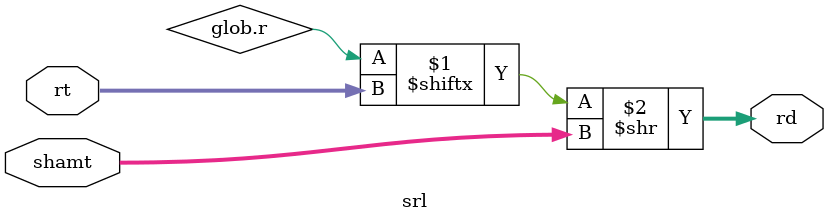
<source format=v>
module srl(
	rt, shamt, rd
);

input [4:0] shamt, rt;
output [31:0] rd;

assign rd = glob.r[rt] >> shamt;

endmodule

</source>
